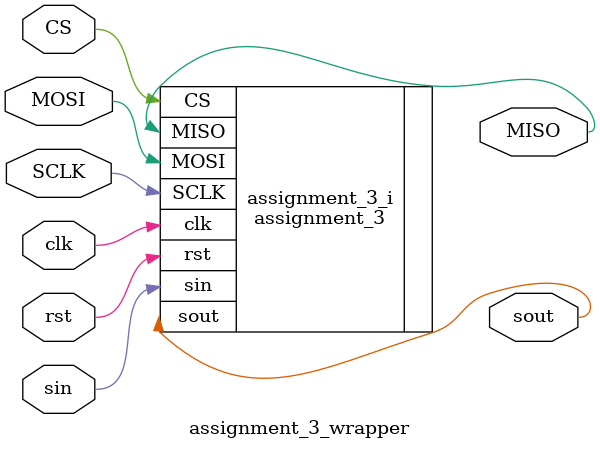
<source format=v>
`timescale 1 ps / 1 ps

module assignment_3_wrapper
   (CS,
    MISO,
    MOSI,
    SCLK,
    clk,
    rst,
    sin,
    sout);
  input CS;
  output MISO;
  input MOSI;
  input SCLK;
  input clk;
  input rst;
  input sin;
  output sout;

  wire CS;
  wire MISO;
  wire MOSI;
  wire SCLK;
  wire clk;
  wire rst;
  wire sin;
  wire sout;

  assignment_3 assignment_3_i
       (.CS(CS),
        .MISO(MISO),
        .MOSI(MOSI),
        .SCLK(SCLK),
        .clk(clk),
        .rst(rst),
        .sin(sin),
        .sout(sout));
endmodule

</source>
